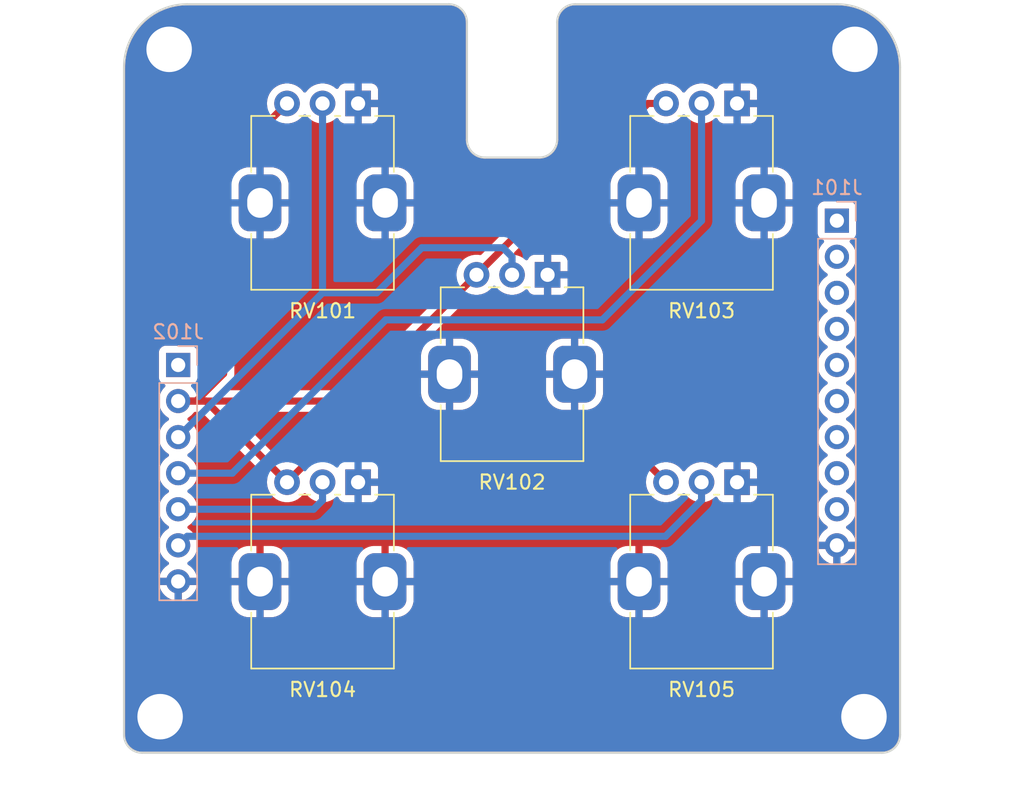
<source format=kicad_pcb>
(kicad_pcb (version 20221018) (generator pcbnew)
  (title_block (title "Vector") (date "2019-11-03") (rev "r01") (company "Nuclear Lighthouse Studios") (comment 1 "CC BY-NC-SA"))
  (layers (0 "F.Cu" signal) (31 "B.Cu" signal) (36 "B.SilkS" user "B.Silkscreen") (37 "F.SilkS" user "F.Silkscreen") (38 "B.Mask" user) (39 "F.Mask" user) (44 "Edge.Cuts" user))
  (net 0 "")
  (net 1 "GND")
  (net 2 "+3.3V")
  (net 3 "I2C_SCL")
  (net 4 "I2C_SDA")
  (net 5 "BUT_IN_2")
  (net 6 "BUT_IN_3")
  (net 7 "BUT_IN_4")
  (net 8 "LED_2")
  (net 9 "LED_3")
  (net 10 "LED_4")
  (net 11 "+3.3VA")
  (net 12 "ADC_IN_1")
  (net 13 "ADC_IN_2")
  (net 14 "ADC_IN_3")
  (net 15 "ADC_IN_4")
  (net 16 "+5V")
  (footprint "Potentiometer_THT:Potentiometer_Alps_RK09K_Single_Vertical" (layer "F.Cu") (at 104.735 60.325 -90)
    (fp_text reference "RV101" (at 14.605 2.5) (layer "F.SilkS"))
    (fp_text value "100k")
    (fp_line (start 0.88 -2.521) (end 0.88 -1.2) (stroke (width 0.12)) (layer "F.SilkS"))
    (fp_line (start 0.88 -2.521) (end 4.817 -2.521) (stroke (width 0.12)) (layer "F.SilkS"))
    (fp_line (start 0.88 1.25) (end 0.88 1.63) (stroke (width 0.12)) (layer "F.SilkS"))
    (fp_line (start 0.88 3.371) (end 0.88 4.13) (stroke (width 0.12)) (layer "F.SilkS"))
    (fp_line (start 0.88 5.87) (end 0.88 7.52) (stroke (width 0.12)) (layer "F.SilkS"))
    (fp_line (start 0.88 7.52) (end 4.817 7.52) (stroke (width 0.12)) (layer "F.SilkS"))
    (fp_line (start 9.184 -2.521) (end 13.12 -2.521) (stroke (width 0.12)) (layer "F.SilkS"))
    (fp_line (start 9.184 7.52) (end 13.12 7.52) (stroke (width 0.12)) (layer "F.SilkS"))
    (fp_line (start 13.12 -2.521) (end 13.12 7.52) (stroke (width 0.12)) (layer "F.SilkS"))
    (pad "1" thru_hole rect (at 0 0 270) (size 1.8 1.8) (drill 1) (layers "*.Cu" "*.Mask") (net 1 "GND"))
    (pad "2" thru_hole circle (at 0 2.5 270) (size 1.8 1.8) (drill 1) (layers "*.Cu" "*.Mask") (net 12 "ADC_IN_1"))
    (pad "3" thru_hole circle (at 0 5 270) (size 1.8 1.8) (drill 1) (layers "*.Cu" "*.Mask") (net 11 "+3.3VA"))
    (pad "MP" thru_hole roundrect (at 7 -1.9 270) (size 4 3) (drill oval 2.1 1.8) (layers "*.Cu" "*.Mask") (net 1 "GND"))
    (pad "MP" thru_hole roundrect (at 7 6.9 270) (size 4 3) (drill oval 2.1 1.8) (layers "*.Cu" "*.Mask") (net 1 "GND"))
  )
  (footprint "Potentiometer_THT:Potentiometer_Alps_RK09K_Single_Vertical" (layer "F.Cu") (at 118.07 72.39 -90)
    (fp_text reference "RV102" (at 14.605 2.5) (layer "F.SilkS"))
    (fp_text value "100k")
    (fp_line (start 0.88 -2.521) (end 0.88 -1.2) (stroke (width 0.12)) (layer "F.SilkS"))
    (fp_line (start 0.88 -2.521) (end 4.817 -2.521) (stroke (width 0.12)) (layer "F.SilkS"))
    (fp_line (start 0.88 1.25) (end 0.88 1.63) (stroke (width 0.12)) (layer "F.SilkS"))
    (fp_line (start 0.88 3.371) (end 0.88 4.13) (stroke (width 0.12)) (layer "F.SilkS"))
    (fp_line (start 0.88 5.87) (end 0.88 7.52) (stroke (width 0.12)) (layer "F.SilkS"))
    (fp_line (start 0.88 7.52) (end 4.817 7.52) (stroke (width 0.12)) (layer "F.SilkS"))
    (fp_line (start 9.184 -2.521) (end 13.12 -2.521) (stroke (width 0.12)) (layer "F.SilkS"))
    (fp_line (start 9.184 7.52) (end 13.12 7.52) (stroke (width 0.12)) (layer "F.SilkS"))
    (fp_line (start 13.12 -2.521) (end 13.12 7.52) (stroke (width 0.12)) (layer "F.SilkS"))
    (pad "1" thru_hole rect (at 0 0 270) (size 1.8 1.8) (drill 1) (layers "*.Cu" "*.Mask") (net 1 "GND"))
    (pad "2" thru_hole circle (at 0 2.5 270) (size 1.8 1.8) (drill 1) (layers "*.Cu" "*.Mask") (net 12 "ADC_IN_1"))
    (pad "3" thru_hole circle (at 0 5 270) (size 1.8 1.8) (drill 1) (layers "*.Cu" "*.Mask") (net 11 "+3.3VA"))
    (pad "MP" thru_hole roundrect (at 7 -1.9 270) (size 4 3) (drill oval 2.1 1.8) (layers "*.Cu" "*.Mask") (net 1 "GND"))
    (pad "MP" thru_hole roundrect (at 7 6.9 270) (size 4 3) (drill oval 2.1 1.8) (layers "*.Cu" "*.Mask") (net 1 "GND"))
  )
  (footprint "MountingHole:MountingHole_3.2mm_M3_Pad" (layer "F.Cu") (at 91.44 56.515)
    (fp_text reference "REF**" hide)
    (fp_text value "MountingHole_3.2mm_M3_Pad")
    (pad "1" thru_hole circle locked (at 0 0) (size 4 4) (drill 3.2) (layers "*.Cu" "*.Mask") (net 1 "GND"))
  )
  (footprint "MountingHole:MountingHole_3.2mm_M3_Pad" (layer "F.Cu") (at 140.335 103.505)
    (fp_text reference "REF**" hide)
    (fp_text value "MountingHole_3.2mm_M3_Pad")
    (pad "1" thru_hole roundrect locked (at 0 0) (size 5 5) (drill 3.2 (offset -0.4 -0.4)) (layers "*.Cu" "*.Mask") (net 1 "GND"))
  )
  (footprint "MountingHole:MountingHole_3.2mm_M3_Pad" (layer "F.Cu") (at 90.805 103.505)
    (fp_text reference "REF**" hide)
    (fp_text value "MountingHole_3.2mm_M3_Pad")
    (pad "1" thru_hole roundrect locked (at 0 0) (size 5 5) (drill 3.2 (offset 0.4 -0.4)) (layers "*.Cu" "*.Mask") (net 1 "GND"))
  )
  (footprint "Potentiometer_THT:Potentiometer_Alps_RK09K_Single_Vertical" (layer "F.Cu") (at 131.405 60.325 -90)
    (fp_text reference "RV103" (at 14.605 2.5) (layer "F.SilkS"))
    (fp_text value "100k")
    (fp_line (start 0.88 -2.521) (end 0.88 -1.2) (stroke (width 0.12)) (layer "F.SilkS"))
    (fp_line (start 0.88 -2.521) (end 4.817 -2.521) (stroke (width 0.12)) (layer "F.SilkS"))
    (fp_line (start 0.88 1.25) (end 0.88 1.63) (stroke (width 0.12)) (layer "F.SilkS"))
    (fp_line (start 0.88 3.371) (end 0.88 4.13) (stroke (width 0.12)) (layer "F.SilkS"))
    (fp_line (start 0.88 5.87) (end 0.88 7.52) (stroke (width 0.12)) (layer "F.SilkS"))
    (fp_line (start 0.88 7.52) (end 4.817 7.52) (stroke (width 0.12)) (layer "F.SilkS"))
    (fp_line (start 9.184 -2.521) (end 13.12 -2.521) (stroke (width 0.12)) (layer "F.SilkS"))
    (fp_line (start 9.184 7.52) (end 13.12 7.52) (stroke (width 0.12)) (layer "F.SilkS"))
    (fp_line (start 13.12 -2.521) (end 13.12 7.52) (stroke (width 0.12)) (layer "F.SilkS"))
    (pad "1" thru_hole rect (at 0 0 270) (size 1.8 1.8) (drill 1) (layers "*.Cu" "*.Mask") (net 1 "GND"))
    (pad "2" thru_hole circle (at 0 2.5 270) (size 1.8 1.8) (drill 1) (layers "*.Cu" "*.Mask") (net 13 "ADC_IN_2"))
    (pad "3" thru_hole circle (at 0 5 270) (size 1.8 1.8) (drill 1) (layers "*.Cu" "*.Mask") (net 11 "+3.3VA"))
    (pad "MP" thru_hole roundrect (at 7 -1.9 270) (size 4 3) (drill oval 2.1 1.8) (layers "*.Cu" "*.Mask") (net 1 "GND"))
    (pad "MP" thru_hole roundrect (at 7 6.9 270) (size 4 3) (drill oval 2.1 1.8) (layers "*.Cu" "*.Mask") (net 1 "GND"))
  )
  (footprint "Potentiometer_THT:Potentiometer_Alps_RK09K_Single_Vertical" (layer "F.Cu") (at 104.735 86.995 -90)
    (fp_text reference "RV104" (at 14.605 2.5) (layer "F.SilkS"))
    (fp_text value "100k")
    (fp_line (start 0.88 -2.521) (end 0.88 -1.2) (stroke (width 0.12)) (layer "F.SilkS"))
    (fp_line (start 0.88 -2.521) (end 4.817 -2.521) (stroke (width 0.12)) (layer "F.SilkS"))
    (fp_line (start 0.88 1.25) (end 0.88 1.63) (stroke (width 0.12)) (layer "F.SilkS"))
    (fp_line (start 0.88 3.371) (end 0.88 4.13) (stroke (width 0.12)) (layer "F.SilkS"))
    (fp_line (start 0.88 5.87) (end 0.88 7.52) (stroke (width 0.12)) (layer "F.SilkS"))
    (fp_line (start 0.88 7.52) (end 4.817 7.52) (stroke (width 0.12)) (layer "F.SilkS"))
    (fp_line (start 9.184 -2.521) (end 13.12 -2.521) (stroke (width 0.12)) (layer "F.SilkS"))
    (fp_line (start 9.184 7.52) (end 13.12 7.52) (stroke (width 0.12)) (layer "F.SilkS"))
    (fp_line (start 13.12 -2.521) (end 13.12 7.52) (stroke (width 0.12)) (layer "F.SilkS"))
    (pad "1" thru_hole rect (at 0 0 270) (size 1.8 1.8) (drill 1) (layers "*.Cu" "*.Mask") (net 1 "GND"))
    (pad "2" thru_hole circle (at 0 2.5 270) (size 1.8 1.8) (drill 1) (layers "*.Cu" "*.Mask") (net 14 "ADC_IN_3"))
    (pad "3" thru_hole circle (at 0 5 270) (size 1.8 1.8) (drill 1) (layers "*.Cu" "*.Mask") (net 11 "+3.3VA"))
    (pad "MP" thru_hole roundrect (at 7 -1.9 270) (size 4 3) (drill oval 2.1 1.8) (layers "*.Cu" "*.Mask") (net 1 "GND"))
    (pad "MP" thru_hole roundrect (at 7 6.9 270) (size 4 3) (drill oval 2.1 1.8) (layers "*.Cu" "*.Mask") (net 1 "GND"))
  )
  (footprint "Potentiometer_THT:Potentiometer_Alps_RK09K_Single_Vertical" (layer "F.Cu") (at 131.405 86.995 -90)
    (fp_text reference "RV105" (at 14.605 2.5) (layer "F.SilkS"))
    (fp_text value "100k")
    (fp_line (start 0.88 -2.521) (end 0.88 -1.2) (stroke (width 0.12)) (layer "F.SilkS"))
    (fp_line (start 0.88 -2.521) (end 4.817 -2.521) (stroke (width 0.12)) (layer "F.SilkS"))
    (fp_line (start 0.88 1.25) (end 0.88 1.63) (stroke (width 0.12)) (layer "F.SilkS"))
    (fp_line (start 0.88 3.371) (end 0.88 4.13) (stroke (width 0.12)) (layer "F.SilkS"))
    (fp_line (start 0.88 5.87) (end 0.88 7.52) (stroke (width 0.12)) (layer "F.SilkS"))
    (fp_line (start 0.88 7.52) (end 4.817 7.52) (stroke (width 0.12)) (layer "F.SilkS"))
    (fp_line (start 9.184 -2.521) (end 13.12 -2.521) (stroke (width 0.12)) (layer "F.SilkS"))
    (fp_line (start 9.184 7.52) (end 13.12 7.52) (stroke (width 0.12)) (layer "F.SilkS"))
    (fp_line (start 13.12 -2.521) (end 13.12 7.52) (stroke (width 0.12)) (layer "F.SilkS"))
    (pad "1" thru_hole rect (at 0 0 270) (size 1.8 1.8) (drill 1) (layers "*.Cu" "*.Mask") (net 1 "GND"))
    (pad "2" thru_hole circle (at 0 2.5 270) (size 1.8 1.8) (drill 1) (layers "*.Cu" "*.Mask") (net 15 "ADC_IN_4"))
    (pad "3" thru_hole circle (at 0 5 270) (size 1.8 1.8) (drill 1) (layers "*.Cu" "*.Mask") (net 11 "+3.3VA"))
    (pad "MP" thru_hole roundrect (at 7 -1.9 270) (size 4 3) (drill oval 2.1 1.8) (layers "*.Cu" "*.Mask") (net 1 "GND"))
    (pad "MP" thru_hole roundrect (at 7 6.9 270) (size 4 3) (drill oval 2.1 1.8) (layers "*.Cu" "*.Mask") (net 1 "GND"))
  )
  (footprint "MountingHole:MountingHole_3.2mm_M3_Pad" (layer "F.Cu") (at 139.7 56.515)
    (fp_text reference "REF**" hide)
    (fp_text value "MountingHole_3.2mm_M3_Pad")
    (pad "1" thru_hole circle (at 0 0) (size 4 4) (drill 3.2) (layers "*.Cu" "*.Mask") (net 1 "GND"))
  )
  (footprint "Connector_PinHeader_2.54mm:PinHeader_1x10_P2.54mm_Vertical" (layer "B.Cu") (at 138.43 68.58 180)
    (fp_text reference "J101" (at 0 2.33) (layer "B.SilkS") (effects (justify mirror)))
    (fp_text value "Conn_01x10")
    (fp_line (start -1.33 -24.19) (end 1.33 -24.19) (stroke (width 0.12)) (layer "B.SilkS"))
    (fp_line (start -1.33 -1.27) (end -1.33 -24.19) (stroke (width 0.12)) (layer "B.SilkS"))
    (fp_line (start -1.33 -1.27) (end 1.33 -1.27) (stroke (width 0.12)) (layer "B.SilkS"))
    (fp_line (start -1.33 0) (end -1.33 1.33) (stroke (width 0.12)) (layer "B.SilkS"))
    (fp_line (start -1.33 1.33) (end 0 1.33) (stroke (width 0.12)) (layer "B.SilkS"))
    (fp_line (start 1.33 -1.27) (end 1.33 -24.19) (stroke (width 0.12)) (layer "B.SilkS"))
    (pad "1" thru_hole rect (at 0 0 180) (size 1.7 1.7) (drill 1) (layers "*.Cu" "*.Mask") (net 2 "+3.3V"))
    (pad "2" thru_hole oval (at 0 -2.54 180) (size 1.7 1.7) (drill 1) (layers "*.Cu" "*.Mask") (net 3 "I2C_SCL"))
    (pad "3" thru_hole oval (at 0 -5.08 180) (size 1.7 1.7) (drill 1) (layers "*.Cu" "*.Mask") (net 4 "I2C_SDA"))
    (pad "4" thru_hole oval (at 0 -7.62 180) (size 1.7 1.7) (drill 1) (layers "*.Cu" "*.Mask") (net 5 "BUT_IN_2"))
    (pad "5" thru_hole oval (at 0 -10.16 180) (size 1.7 1.7) (drill 1) (layers "*.Cu" "*.Mask") (net 6 "BUT_IN_3"))
    (pad "6" thru_hole oval (at 0 -12.7 180) (size 1.7 1.7) (drill 1) (layers "*.Cu" "*.Mask") (net 7 "BUT_IN_4"))
    (pad "7" thru_hole oval (at 0 -15.24 180) (size 1.7 1.7) (drill 1) (layers "*.Cu" "*.Mask") (net 8 "LED_2"))
    (pad "8" thru_hole oval (at 0 -17.78 180) (size 1.7 1.7) (drill 1) (layers "*.Cu" "*.Mask") (net 9 "LED_3"))
    (pad "9" thru_hole oval (at 0 -20.32 180) (size 1.7 1.7) (drill 1) (layers "*.Cu" "*.Mask") (net 10 "LED_4"))
    (pad "10" thru_hole oval (at 0 -22.86 180) (size 1.7 1.7) (drill 1) (layers "*.Cu" "*.Mask") (net 1 "GND"))
  )
  (footprint "Connector_PinHeader_2.54mm:PinHeader_1x07_P2.54mm_Vertical" (layer "B.Cu") (at 92.075 78.74 180)
    (fp_text reference "J102" (at 0 2.33) (layer "B.SilkS") (effects (justify mirror)))
    (fp_text value "Conn_01x07")
    (fp_line (start -1.33 -16.57) (end 1.33 -16.57) (stroke (width 0.12)) (layer "B.SilkS"))
    (fp_line (start -1.33 -1.27) (end -1.33 -16.57) (stroke (width 0.12)) (layer "B.SilkS"))
    (fp_line (start -1.33 -1.27) (end 1.33 -1.27) (stroke (width 0.12)) (layer "B.SilkS"))
    (fp_line (start -1.33 0) (end -1.33 1.33) (stroke (width 0.12)) (layer "B.SilkS"))
    (fp_line (start -1.33 1.33) (end 0 1.33) (stroke (width 0.12)) (layer "B.SilkS"))
    (fp_line (start 1.33 -1.27) (end 1.33 -16.57) (stroke (width 0.12)) (layer "B.SilkS"))
    (pad "1" thru_hole rect (at 0 0 180) (size 1.7 1.7) (drill 1) (layers "*.Cu" "*.Mask") (net 16 "+5V"))
    (pad "2" thru_hole oval (at 0 -2.54 180) (size 1.7 1.7) (drill 1) (layers "*.Cu" "*.Mask") (net 11 "+3.3VA"))
    (pad "3" thru_hole oval (at 0 -5.08 180) (size 1.7 1.7) (drill 1) (layers "*.Cu" "*.Mask") (net 12 "ADC_IN_1"))
    (pad "4" thru_hole oval (at 0 -7.62 180) (size 1.7 1.7) (drill 1) (layers "*.Cu" "*.Mask") (net 13 "ADC_IN_2"))
    (pad "5" thru_hole oval (at 0 -10.16 180) (size 1.7 1.7) (drill 1) (layers "*.Cu" "*.Mask") (net 14 "ADC_IN_3"))
    (pad "6" thru_hole oval (at 0 -12.7 180) (size 1.7 1.7) (drill 1) (layers "*.Cu" "*.Mask") (net 15 "ADC_IN_4"))
    (pad "7" thru_hole oval (at 0 -15.24 180) (size 1.7 1.7) (drill 1) (layers "*.Cu" "*.Mask") (net 1 "GND"))
  )
  (gr_arc (start 113.665 64.135) (mid 112.766974 63.763026) (end 112.395 62.865) (stroke (width 0.15)) (layer "Edge.Cuts"))
  (gr_line (start 142.875 57.785) (end 142.875 104.775) (stroke (width 0.15)) (layer "Edge.Cuts"))
  (gr_line (start 113.665 64.135) (end 117.475 64.135) (stroke (width 0.15)) (layer "Edge.Cuts"))
  (gr_line (start 141.605 106.045) (end 89.535 106.045) (stroke (width 0.15)) (layer "Edge.Cuts"))
  (gr_line (start 112.395 54.61) (end 112.395 62.865) (stroke (width 0.15)) (layer "Edge.Cuts"))
  (gr_line (start 92.71 53.34) (end 111.125 53.34) (stroke (width 0.15)) (layer "Edge.Cuts"))
  (gr_arc (start 138.43 53.34) (mid 141.57309 54.64191) (end 142.875 57.785) (stroke (width 0.15)) (layer "Edge.Cuts"))
  (gr_arc (start 118.745 54.61) (mid 119.116974 53.711974) (end 120.015 53.34) (stroke (width 0.15)) (layer "Edge.Cuts"))
  (gr_arc (start 111.125 53.34) (mid 112.023026 53.711974) (end 112.395 54.61) (stroke (width 0.15)) (layer "Edge.Cuts"))
  (gr_line (start 118.745 54.61) (end 118.745 62.865) (stroke (width 0.15)) (layer "Edge.Cuts"))
  (gr_arc (start 142.875 104.775) (mid 142.503026 105.673026) (end 141.605 106.045) (stroke (width 0.15)) (layer "Edge.Cuts"))
  (gr_line (start 88.265 104.775) (end 88.265 57.785) (stroke (width 0.15)) (layer "Edge.Cuts"))
  (gr_arc (start 89.535 106.045) (mid 88.636974 105.673026) (end 88.265 104.775) (stroke (width 0.15)) (layer "Edge.Cuts"))
  (gr_arc (start 88.265 57.785) (mid 89.56691 54.64191) (end 92.71 53.34) (stroke (width 0.15)) (layer "Edge.Cuts"))
  (gr_arc (start 118.745 62.865) (mid 118.373026 63.763026) (end 117.475 64.135) (stroke (width 0.15)) (layer "Edge.Cuts"))
  (gr_line (start 138.43 53.34) (end 120.015 53.34) (stroke (width 0.15)) (layer "Edge.Cuts"))
  (segment (start 124.5 85.09) (end 126.405 86.995) (width 0.5) (layer "F.Cu") (net 11))
  (segment (start 99.735 86.995) (end 101.64 85.09) (width 0.5) (layer "F.Cu") (net 11))
  (segment (start 104.18 81.28) (end 113.07 72.39) (width 0.5) (layer "F.Cu") (net 11))
  (segment (start 95.27 64.79) (end 99.735 60.325) (width 0.5) (layer "F.Cu") (net 11))
  (segment (start 93.345 81.28) (end 95.27 79.355) (width 0.5) (layer "F.Cu") (net 11))
  (segment (start 93.345 81.28) (end 94.02 81.28) (width 0.5) (layer "F.Cu") (net 11))
  (segment (start 113.07 72.39) (end 125.135 60.325) (width 0.5) (layer "F.Cu") (net 11))
  (segment (start 95.27 79.355) (end 95.27 64.79) (width 0.5) (layer "F.Cu") (net 11))
  (segment (start 125.135 60.325) (end 126.405 60.325) (width 0.5) (layer "F.Cu") (net 11))
  (segment (start 92.075 81.28) (end 104.18 81.28) (width 0.5) (layer "F.Cu") (net 11))
  (segment (start 101.64 85.09) (end 124.5 85.09) (width 0.5) (layer "F.Cu") (net 11))
  (segment (start 94.02 81.28) (end 99.735 86.995) (width 0.5) (layer "F.Cu") (net 11))
  (segment (start 92.075 81.28) (end 93.345 81.28) (width 0.5) (layer "F.Cu") (net 11))
  (segment (start 114.935 70.485) (end 115.57 71.12) (width 0.5) (layer "B.Cu") (net 12))
  (segment (start 106.045 73.66) (end 109.22 70.485) (width 0.5) (layer "B.Cu") (net 12))
  (segment (start 102.235 73.66) (end 106.045 73.66) (width 0.5) (layer "B.Cu") (net 12))
  (segment (start 102.235 73.66) (end 102.235 60.325) (width 0.5) (layer "B.Cu") (net 12))
  (segment (start 115.57 71.12) (end 115.57 72.39) (width 0.5) (layer "B.Cu") (net 12))
  (segment (start 109.22 70.485) (end 114.935 70.485) (width 0.5) (layer "B.Cu") (net 12))
  (segment (start 92.075 83.82) (end 102.235 73.66) (width 0.5) (layer "B.Cu") (net 12))
  (segment (start 106.68 75.565) (end 121.92 75.565) (width 0.5) (layer "B.Cu") (net 13))
  (segment (start 128.905 68.58) (end 128.905 60.325) (width 0.5) (layer "B.Cu") (net 13))
  (segment (start 95.885 86.36) (end 106.68 75.565) (width 0.5) (layer "B.Cu") (net 13))
  (segment (start 121.92 75.565) (end 128.905 68.58) (width 0.5) (layer "B.Cu") (net 13))
  (segment (start 92.075 86.36) (end 95.885 86.36) (width 0.5) (layer "B.Cu") (net 13))
  (segment (start 92.075 88.9) (end 101.602792 88.9) (width 0.5) (layer "B.Cu") (net 14))
  (segment (start 101.602792 88.9) (end 102.235 88.267792) (width 0.5) (layer "B.Cu") (net 14))
  (segment (start 102.235 88.267792) (end 102.235 86.995) (width 0.5) (layer "B.Cu") (net 14))
  (segment (start 128.905 88.267792) (end 128.905 86.995) (width 0.5) (layer "B.Cu") (net 15))
  (segment (start 92.71 90.805) (end 126.367792 90.805) (width 0.5) (layer "B.Cu") (net 15))
  (segment (start 126.367792 90.805) (end 128.905 88.267792) (width 0.5) (layer "B.Cu") (net 15))
  (segment (start 92.075 91.44) (end 92.71 90.805) (width 0.5) (layer "B.Cu") (net 15))
  (zone (net 1) (net_name "GND") (layers "F&B.Cu") (connect_pads (clearance 0.508)) (min_thickness 0.254) (fill yes (thermal_gap 0.508) (thermal_bridge_width 0.508) (smoothing fillet) (radius 0.635))
    (polygon (pts (xy 88.265 53.34) (xy 142.875 53.34) (xy 142.875 106.045) (xy 88.265 106.045)))
  )
)
</source>
